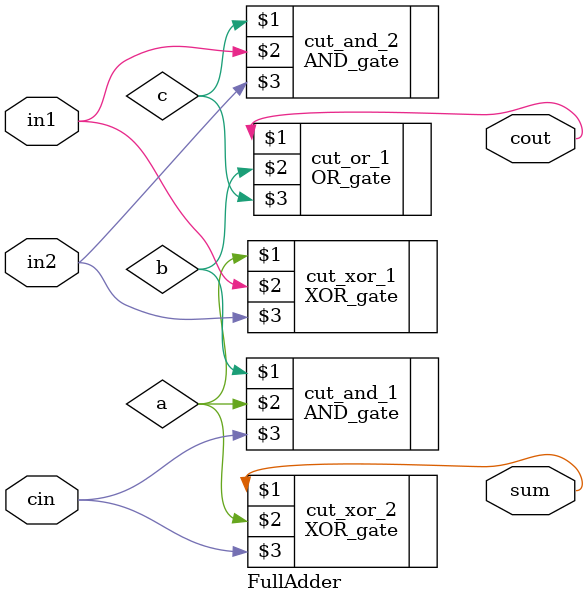
<source format=v>
`timescale 1ns/1ns

module FullAdder(input in1 , in2 , cin , output sum , cout);
  wire a , b , c;
  
  XOR_gate cut_xor_1(a , in1 , in2);
  XOR_gate cut_xor_2(sum , a , cin);
  
  AND_gate cut_and_1(b , a , cin);
  AND_gate cut_and_2(c , in1 , in2);
  OR_gate cut_or_1(cout , b , c);
  
endmodule

</source>
